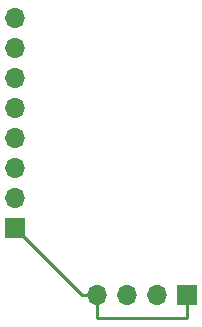
<source format=gbr>
%TF.GenerationSoftware,KiCad,Pcbnew,5.99.0+really5.1.10+dfsg1-1*%
%TF.CreationDate,2021-09-10T11:43:35-04:00*%
%TF.ProjectId,rsp32 lamp,72737033-3220-46c6-916d-702e6b696361,rev?*%
%TF.SameCoordinates,Original*%
%TF.FileFunction,Copper,L2,Bot*%
%TF.FilePolarity,Positive*%
%FSLAX46Y46*%
G04 Gerber Fmt 4.6, Leading zero omitted, Abs format (unit mm)*
G04 Created by KiCad (PCBNEW 5.99.0+really5.1.10+dfsg1-1) date 2021-09-10 11:43:35*
%MOMM*%
%LPD*%
G01*
G04 APERTURE LIST*
%TA.AperFunction,ComponentPad*%
%ADD10O,1.700000X1.700000*%
%TD*%
%TA.AperFunction,ComponentPad*%
%ADD11R,1.700000X1.700000*%
%TD*%
%TA.AperFunction,Conductor*%
%ADD12C,0.250000*%
%TD*%
G04 APERTURE END LIST*
D10*
%TO.P,J2,8*%
%TO.N,+5V*%
X17780000Y-27940000D03*
%TO.P,J2,7*%
%TO.N,Net-(J2-Pad7)*%
X17780000Y-30480000D03*
%TO.P,J2,6*%
%TO.N,Net-(J2-Pad6)*%
X17780000Y-33020000D03*
%TO.P,J2,5*%
%TO.N,Net-(J2-Pad5)*%
X17780000Y-35560000D03*
%TO.P,J2,4*%
%TO.N,Net-(J2-Pad4)*%
X17780000Y-38100000D03*
%TO.P,J2,3*%
%TO.N,Net-(J2-Pad3)*%
X17780000Y-40640000D03*
%TO.P,J2,2*%
%TO.N,Net-(J2-Pad2)*%
X17780000Y-43180000D03*
D11*
%TO.P,J2,1*%
%TO.N,GND*%
X17780000Y-45720000D03*
%TD*%
D10*
%TO.P,J1,4*%
%TO.N,GND*%
X24765000Y-51435000D03*
%TO.P,J1,3*%
%TO.N,+5V*%
X27305000Y-51435000D03*
%TO.P,J1,2*%
%TO.N,+3V3*%
X29845000Y-51435000D03*
D11*
%TO.P,J1,1*%
%TO.N,GND*%
X32385000Y-51435000D03*
%TD*%
D12*
%TO.N,GND*%
X23495000Y-51435000D02*
X24765000Y-51435000D01*
X17780000Y-45720000D02*
X23495000Y-51435000D01*
X24765000Y-51435000D02*
X24765000Y-53340000D01*
X24765000Y-53340000D02*
X32385000Y-53340000D01*
X32385000Y-53340000D02*
X32385000Y-51435000D01*
%TD*%
M02*

</source>
